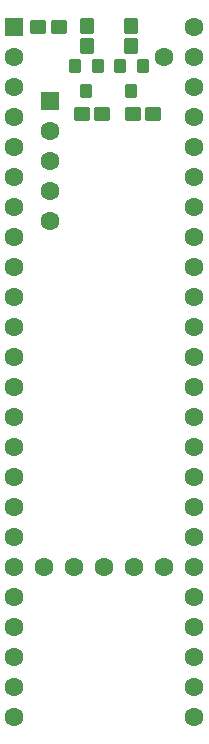
<source format=gts>
%TF.GenerationSoftware,KiCad,Pcbnew,(6.0.2)*%
%TF.CreationDate,2022-04-24T21:41:02-05:00*%
%TF.ProjectId,thinkpad-teensy-keyboard,7468696e-6b70-4616-942d-7465656e7379,v1.0.0*%
%TF.SameCoordinates,Original*%
%TF.FileFunction,Soldermask,Top*%
%TF.FilePolarity,Negative*%
%FSLAX46Y46*%
G04 Gerber Fmt 4.6, Leading zero omitted, Abs format (unit mm)*
G04 Created by KiCad (PCBNEW (6.0.2)) date 2022-04-24 21:41:02*
%MOMM*%
%LPD*%
G01*
G04 APERTURE LIST*
G04 Aperture macros list*
%AMRoundRect*
0 Rectangle with rounded corners*
0 $1 Rounding radius*
0 $2 $3 $4 $5 $6 $7 $8 $9 X,Y pos of 4 corners*
0 Add a 4 corners polygon primitive as box body*
4,1,4,$2,$3,$4,$5,$6,$7,$8,$9,$2,$3,0*
0 Add four circle primitives for the rounded corners*
1,1,$1+$1,$2,$3*
1,1,$1+$1,$4,$5*
1,1,$1+$1,$6,$7*
1,1,$1+$1,$8,$9*
0 Add four rect primitives between the rounded corners*
20,1,$1+$1,$2,$3,$4,$5,0*
20,1,$1+$1,$4,$5,$6,$7,0*
20,1,$1+$1,$6,$7,$8,$9,0*
20,1,$1+$1,$8,$9,$2,$3,0*%
G04 Aperture macros list end*
%ADD10RoundRect,0.101600X0.400000X0.450000X-0.400000X0.450000X-0.400000X-0.450000X0.400000X-0.450000X0*%
%ADD11RoundRect,0.101600X0.550000X0.500000X-0.550000X0.500000X-0.550000X-0.500000X0.550000X-0.500000X0*%
%ADD12RoundRect,0.101600X0.500000X-0.550000X0.500000X0.550000X-0.500000X0.550000X-0.500000X-0.550000X0*%
%ADD13RoundRect,0.101600X-0.550000X-0.500000X0.550000X-0.500000X0.550000X0.500000X-0.550000X0.500000X0*%
%ADD14R,1.600000X1.600000*%
%ADD15C,1.600000*%
G04 APERTURE END LIST*
D10*
%TO.C,Q1*%
X123230433Y-52299466D03*
X121330433Y-52299466D03*
X122280433Y-54399466D03*
%TD*%
D11*
%TO.C,C1*%
X116106433Y-48981466D03*
X114406433Y-48981466D03*
%TD*%
D12*
%TO.C,R3*%
X122280433Y-50593466D03*
X122280433Y-48893466D03*
%TD*%
D10*
%TO.C,Q2*%
X119420433Y-52283466D03*
X117520433Y-52283466D03*
X118470433Y-54383466D03*
%TD*%
D11*
%TO.C,R5*%
X119828433Y-56347466D03*
X118128433Y-56347466D03*
%TD*%
D13*
%TO.C,R4*%
X122446433Y-56347466D03*
X124146433Y-56347466D03*
%TD*%
D14*
%TO.C,U1*%
X112374433Y-48981466D03*
D15*
X112374433Y-51521466D03*
X112374433Y-54061466D03*
X112374433Y-56601466D03*
X112374433Y-59141466D03*
X112374433Y-61681466D03*
X112374433Y-64221466D03*
X112374433Y-66761466D03*
X112374433Y-69301466D03*
X112374433Y-71841466D03*
X112374433Y-74381466D03*
X112374433Y-76921466D03*
X112374433Y-79461466D03*
X112374433Y-82001466D03*
X112374433Y-84541466D03*
X112374433Y-87081466D03*
X112374433Y-89621466D03*
X112374433Y-92161466D03*
X112374433Y-94701466D03*
X112374433Y-97241466D03*
X112374433Y-99781466D03*
X112374433Y-102321466D03*
X112374433Y-104861466D03*
X112374433Y-107401466D03*
X127614433Y-107401466D03*
X127614433Y-104861466D03*
X127614433Y-102321466D03*
X127614433Y-99781466D03*
X127614433Y-97241466D03*
X127614433Y-94701466D03*
X127614433Y-92161466D03*
X127614433Y-89621466D03*
X127614433Y-87081466D03*
X127614433Y-84541466D03*
X127614433Y-82001466D03*
X127614433Y-79461466D03*
X127614433Y-76921466D03*
X127614433Y-74381466D03*
X127614433Y-71841466D03*
X127614433Y-69301466D03*
X127614433Y-66761466D03*
X127614433Y-64221466D03*
X127614433Y-61681466D03*
X127614433Y-59141466D03*
X127614433Y-56601466D03*
X127614433Y-54061466D03*
X127614433Y-51521466D03*
X127614433Y-48981466D03*
X125074433Y-51521466D03*
X114914433Y-94701466D03*
X117454433Y-94701466D03*
X119994433Y-94701466D03*
X122534433Y-94701466D03*
X125074433Y-94701466D03*
D14*
X115425233Y-55280666D03*
D15*
X115425233Y-57820666D03*
X115425233Y-60360666D03*
X115425233Y-62900666D03*
X115425233Y-65440666D03*
%TD*%
D12*
%TO.C,R2*%
X118536433Y-50593466D03*
X118536433Y-48893466D03*
%TD*%
M02*

</source>
